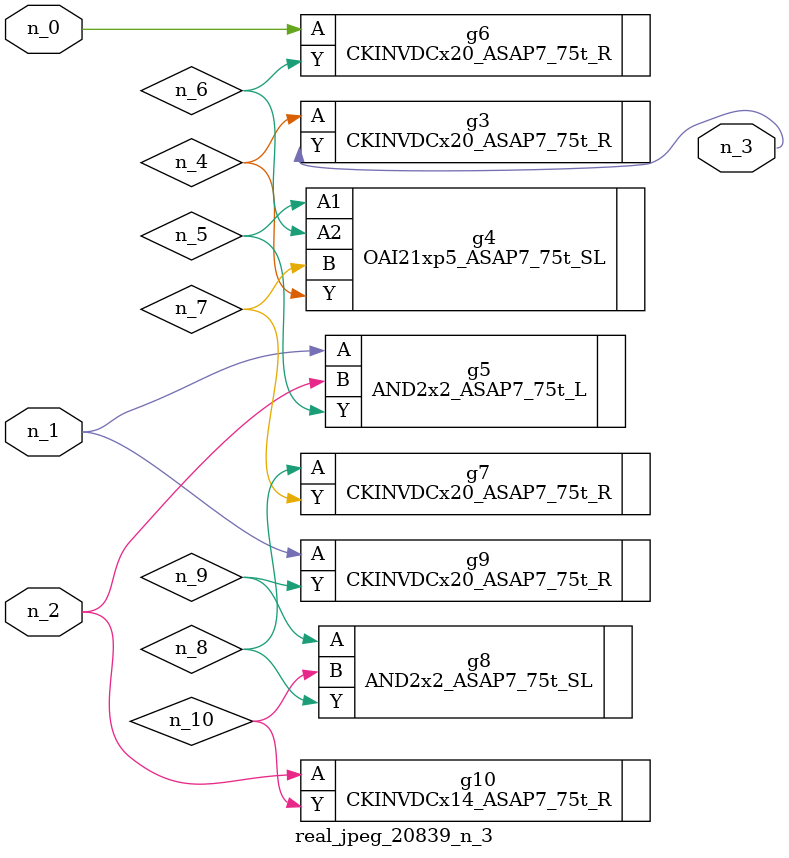
<source format=v>
module real_jpeg_20839_n_3 (n_1, n_0, n_2, n_3);

input n_1;
input n_0;
input n_2;

output n_3;

wire n_5;
wire n_4;
wire n_8;
wire n_6;
wire n_7;
wire n_10;
wire n_9;

CKINVDCx20_ASAP7_75t_R g6 ( 
.A(n_0),
.Y(n_6)
);

AND2x2_ASAP7_75t_L g5 ( 
.A(n_1),
.B(n_2),
.Y(n_5)
);

CKINVDCx20_ASAP7_75t_R g9 ( 
.A(n_1),
.Y(n_9)
);

CKINVDCx14_ASAP7_75t_R g10 ( 
.A(n_2),
.Y(n_10)
);

CKINVDCx20_ASAP7_75t_R g3 ( 
.A(n_4),
.Y(n_3)
);

OAI21xp5_ASAP7_75t_SL g4 ( 
.A1(n_5),
.A2(n_6),
.B(n_7),
.Y(n_4)
);

CKINVDCx20_ASAP7_75t_R g7 ( 
.A(n_8),
.Y(n_7)
);

AND2x2_ASAP7_75t_SL g8 ( 
.A(n_9),
.B(n_10),
.Y(n_8)
);


endmodule
</source>
